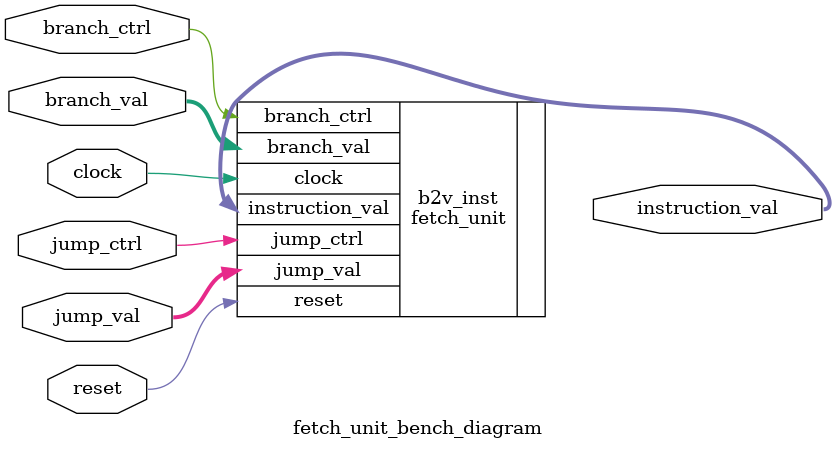
<source format=v>


module fetch_unit_bench_diagram(
	clock,
	reset,
	branch_ctrl,
	jump_ctrl,
	branch_val,
	jump_val,
	instruction_val
);


input wire	clock;
input wire	reset;
input wire	branch_ctrl;
input wire	jump_ctrl;
input wire	[7:0] branch_val;
input wire	[7:0] jump_val;
output wire	[8:0] instruction_val;






fetch_unit	b2v_inst(
	.clock(clock),
	.reset(reset),
	.branch_ctrl(branch_ctrl),
	.jump_ctrl(jump_ctrl),
	.branch_val(branch_val),
	.jump_val(jump_val),
	.instruction_val(instruction_val));


endmodule

</source>
